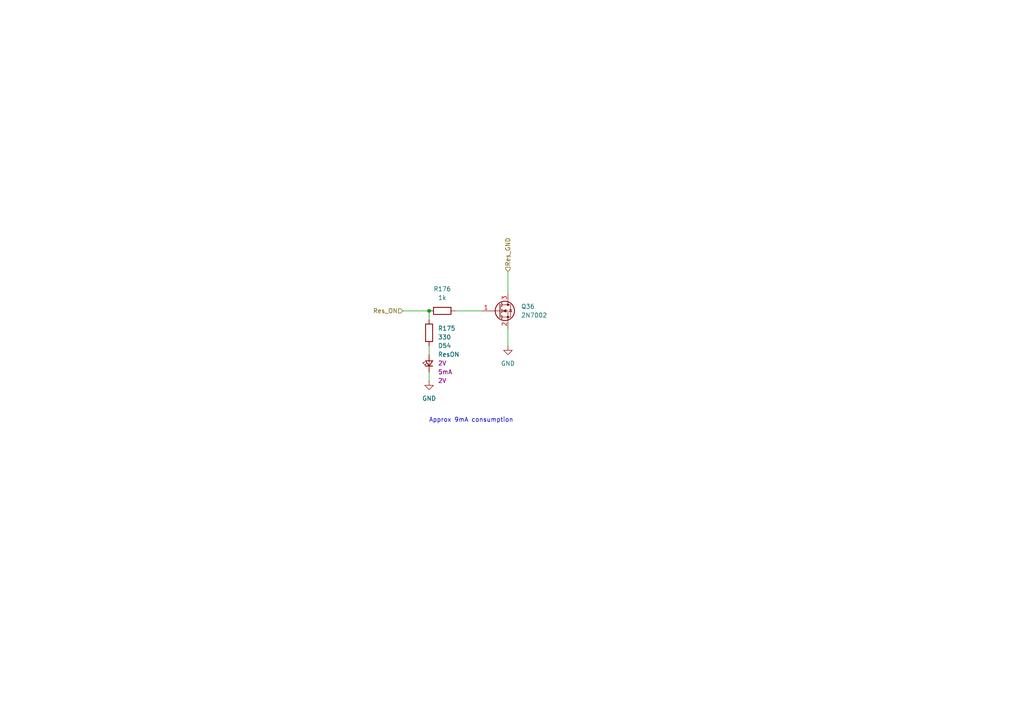
<source format=kicad_sch>
(kicad_sch (version 20250114) (generator "eeschema") (generator_version "9.0")
  (paper "A4")
  (title_block (title "Main architecture") (date "2025-09-28") (rev "0.2.0") (company "Alex Miller & Martin Roger") (comment 1 "https://github.com/martinroger/VXDash") (comment 2 "https://cadlab.io/projects/vxdash"))
  (lib_symbols
    (symbol "Transistor_FET:Q_NMOS_GSD" (pin_names (offset 0) (hide yes))
      (property "Reference" "Q" (at 5.08 1.905 0))
      (property "Value" "Q_NMOS_GSD" (at 5.08 0 0))
      (symbol "Q_NMOS_GSD_0_1"
        (polyline (pts (xy 0.254 1.905) (xy 0.254 -1.905)) (stroke (width 0.254)))
        (polyline (pts (xy 0.254 0) (xy -2.54 0)))
        (polyline (pts (xy 0.762 2.286) (xy 0.762 1.27)) (stroke (width 0.254)))
        (polyline (pts (xy 0.762 0.508) (xy 0.762 -0.508)) (stroke (width 0.254)))
        (polyline (pts (xy 0.762 -1.27) (xy 0.762 -2.286)) (stroke (width 0.254)))
        (polyline (pts (xy 0.762 -1.778) (xy 3.302 -1.778) (xy 3.302 1.778) (xy 0.762 1.778)))
        (polyline (pts (xy 1.016 0) (xy 2.032 0.381) (xy 2.032 -0.381) (xy 1.016 0)) (fill (type outline)))
        (circle (center 1.651 0) (radius 2.794) (stroke (width 0.254)))
        (polyline (pts (xy 2.54 2.54) (xy 2.54 1.778)))
        (circle (center 2.54 1.778) (radius 0.254) (fill (type outline)))
        (circle (center 2.54 -1.778) (radius 0.254) (fill (type outline)))
        (polyline (pts (xy 2.54 -2.54) (xy 2.54 0) (xy 0.762 0)))
        (polyline (pts (xy 2.921 0.381) (xy 3.683 0.381)))
        (polyline (pts (xy 3.302 0.381) (xy 2.921 -0.254) (xy 3.683 -0.254) (xy 3.302 0.381)))
      )
      (symbol "Q_NMOS_GSD_1_1"
        (pin input line (at -5.08 0 0) (length 2.54) (name "G") (number "1"))
        (pin passive line (at 2.54 5.08 270) (length 2.54) (name "D") (number "3"))
        (pin passive line (at 2.54 -5.08 90) (length 2.54) (name "S") (number "2"))
      )
    )
    (symbol "VXDash_diodes:LED_Small" (pin_numbers (hide yes)) (pin_names (offset 0.254) (hide yes))
      (property "Reference" "D1" (at 0.0635 6.35 0))
      (property "Value" "LED_Small" (at 0.0635 3.81 0))
      (property "Vf" "2V" (at 0 -4.572 0))
      (property "If" "5mA" (at 0 -2.54 0))
      (symbol "LED_Small_0_1"
        (polyline (pts (xy -0.762 -1.016) (xy -0.762 1.016)) (stroke (width 0.254)))
        (polyline (pts (xy 0 0.762) (xy -0.508 1.27) (xy -0.254 1.27) (xy -0.508 1.27) (xy -0.508 1.016)))
        (polyline (pts (xy 0.508 1.27) (xy 0 1.778) (xy 0.254 1.778) (xy 0 1.778) (xy 0 1.524)))
        (polyline (pts (xy 0.762 -1.016) (xy -0.762 0) (xy 0.762 1.016) (xy 0.762 -1.016)) (stroke (width 0.254)))
        (polyline (pts (xy 1.016 0) (xy -0.762 0)))
      )
      (symbol "LED_Small_1_1"
        (pin passive line (at -2.54 0 0) (length 1.778) (name "K") (number "1"))
        (pin passive line (at 2.54 0 180) (length 1.778) (name "A") (number "2"))
      )
    )
    (symbol "VXDash_passives:Res" (pin_numbers (hide yes)) (pin_names (offset 0))
      (property "Reference" "R" (at 1.27 1.27 0))
      (property "Value" "Res" (at 1.27 -1.27 0))
      (symbol "Res_0_1"
        (rectangle (start -1.016 -2.54) (end 1.016 2.54) (stroke (width 0.254)))
      )
      (symbol "Res_1_1"
        (pin passive line (at 0 3.81 270) (length 1.27) (name "~") (number "1"))
        (pin passive line (at 0 -3.81 90) (length 1.27) (name "~") (number "2"))
      )
    )
    (symbol "power:GND" (power) (pin_numbers (hide yes)) (pin_names (offset 0) (hide yes))
      (property "Value" "GND" (at 0 -3.81 0))
      (symbol "GND_0_1"
        (polyline (pts (xy 0 0) (xy 0 -1.27) (xy 1.27 -1.27) (xy 0 -2.54) (xy -1.27 -1.27) (xy 0 -1.27)))
      )
      (symbol "GND_1_1"
        (pin power_in line (at 0 0 270) (length 0) (name "~") (number "1"))
      )
    )
  )
  (text "Approx 9mA consumption\n" (at 136.652 121.92 0) (effects (font (size 1.27 1.27))))
  (junction (at 124.46 90.17))
  (wire (pts (xy 147.32 78.74) (xy 147.32 85.09)))
  (wire (pts (xy 124.46 107.95) (xy 124.46 110.49)))
  (wire (pts (xy 124.46 90.17) (xy 124.46 92.71)))
  (wire (pts (xy 116.84 90.17) (xy 124.46 90.17)))
  (wire (pts (xy 132.08 90.17) (xy 139.7 90.17)))
  (wire (pts (xy 124.46 100.33) (xy 124.46 102.87)))
  (wire (pts (xy 147.32 95.25) (xy 147.32 100.33)))
  (hierarchical_label "Res_GND" (shape input) (at 147.32 78.74 90))
  (hierarchical_label "Res_ON" (shape input) (at 116.84 90.17 180))
  (symbol (lib_id "power:GND") (at 147.32 100.33 0) (unit 1)
    (property "Reference" "#PWR075" (effects (hide yes)))
    (property "Value" "GND" (at 147.32 105.41 0))
    (property "Description" "Power symbol creates a global label with name \"GND\" , ground" (effects (hide yes)))
    (instances (project "VXDash_Emulator" (path "" (reference "#PWR0100") (unit 1)) (path "" (reference "#PWR077") (unit 1)) (path "" (reference "#PWR0102") (unit 1)) (path "" (reference "#PWR098") (unit 1)) (path "" (reference "#PWR0108") (unit 1)) (path "" (reference "#PWR090") (unit 1)) (path "" (reference "#PWR096") (unit 1)) (path "" (reference "#PWR094") (unit 1)) (path "" (reference "#PWR083") (unit 1)) (path "" (reference "#PWR075") (unit 1)) (path "" (reference "#PWR079") (unit 1)) (path "" (reference "#PWR092") (unit 1)) (path "" (reference "#PWR081") (unit 1)) (path "" (reference "#PWR085") (unit 1)) (path "" (reference "#PWR0104") (unit 1)) (path "" (reference "#PWR0106") (unit 1))))
  )
  (symbol (lib_id "Transistor_FET:Q_NMOS_GSD") (at 144.78 90.17 0) (unit 1)
    (property "Reference" "Q22" (at 151.13 88.8999 0) (effects (justify left)))
    (property "Value" "2N7002" (at 151.13 91.4399 0) (effects (justify left)))
    (property "Footprint" "Package_TO_SOT_SMD:SOT-23" (effects (hide yes)))
    (property "Description" "N-MOSFET transistor, gate/source/drain" (effects (hide yes)))
    (property "MFT" "Micro Commercial Co" (effects (hide yes)))
    (property "MFT_PN" "2N7002-TP" (effects (hide yes)))
    (property "LCSC" "C78712" (effects (hide yes)))
    (property "LCSC alt" "C78712" (effects (hide yes)))
    (instances (project "VXDash_Emulator" (path "" (reference "Q36") (unit 1)) (path "" (reference "Q23") (unit 1)) (path "" (reference "Q37") (unit 1)) (path "" (reference "Q35") (unit 1)) (path "" (reference "Q40") (unit 1)) (path "" (reference "Q31") (unit 1)) (path "" (reference "Q34") (unit 1)) (path "" (reference "Q33") (unit 1)) (path "" (reference "Q26") (unit 1)) (path "" (reference "Q22") (unit 1)) (path "" (reference "Q24") (unit 1)) (path "" (reference "Q32") (unit 1)) (path "" (reference "Q25") (unit 1)) (path "" (reference "Q27") (unit 1)) (path "" (reference "Q38") (unit 1)) (path "" (reference "Q39") (unit 1))))
  )
  (symbol (lib_id "VXDash_passives:Res") (at 124.46 96.52 0) (unit 1)
    (property "Reference" "R149" (at 127 95.2499 0) (effects (justify left)))
    (property "Value" "330" (at 127 97.7899 0) (effects (justify left)))
    (property "Footprint" "Resistor_SMD:R_0603_1608Metric_Pad0.98x0.95mm_HandSolder" (effects (hide yes)))
    (property "Description" "RES 330 OHM 1% 1/10W 0603" (effects (hide yes)))
    (property "Tol" "1%" (effects (hide yes)))
    (property "Power" "100mW" (effects (hide yes)))
    (property "MFT" "Yageo" (effects (hide yes)))
    (property "MFT_PN" "RC0603FR-07330RL" (effects (hide yes)))
    (property "LCSC" "C105881" (effects (hide yes)))
    (property "LCSC alt" "C105881" (effects (hide yes)))
    (instances (project "VXDash_Emulator" (path "" (reference "R175") (unit 1)) (path "" (reference "R151") (unit 1)) (path "" (reference "R177") (unit 1)) (path "" (reference "R173") (unit 1)) (path "" (reference "R183") (unit 1)) (path "" (reference "R165") (unit 1)) (path "" (reference "R171") (unit 1)) (path "" (reference "R169") (unit 1)) (path "" (reference "R157") (unit 1)) (path "" (reference "R149") (unit 1)) (path "" (reference "R153") (unit 1)) (path "" (reference "R167") (unit 1)) (path "" (reference "R155") (unit 1)) (path "" (reference "R159") (unit 1)) (path "" (reference "R179") (unit 1)) (path "" (reference "R181") (unit 1))))
  )
  (symbol (lib_id "VXDash_passives:Res") (at 128.27 90.17 90) (unit 1)
    (property "Reference" "R150" (at 128.27 83.82 90))
    (property "Value" "1k" (at 128.27 86.36 90))
    (property "Footprint" "Resistor_SMD:R_0603_1608Metric_Pad0.98x0.95mm_HandSolder" (effects (hide yes)))
    (property "Description" "RES 1K OHM 1% 1/10W 0603" (effects (hide yes)))
    (property "Tol" "1%" (effects (hide yes)))
    (property "Power" "100mW" (effects (hide yes)))
    (property "MFT" "Yageo" (effects (hide yes)))
    (property "MFT_PN" "RC0603FR-071KL" (effects (hide yes)))
    (property "LCSC" "C22548" (effects (hide yes)))
    (property "LCSC alt" "C22548" (effects (hide yes)))
    (instances (project "VXDash_Emulator" (path "" (reference "R176") (unit 1)) (path "" (reference "R152") (unit 1)) (path "" (reference "R178") (unit 1)) (path "" (reference "R174") (unit 1)) (path "" (reference "R184") (unit 1)) (path "" (reference "R166") (unit 1)) (path "" (reference "R172") (unit 1)) (path "" (reference "R170") (unit 1)) (path "" (reference "R158") (unit 1)) (path "" (reference "R150") (unit 1)) (path "" (reference "R154") (unit 1)) (path "" (reference "R168") (unit 1)) (path "" (reference "R156") (unit 1)) (path "" (reference "R160") (unit 1)) (path "" (reference "R180") (unit 1)) (path "" (reference "R182") (unit 1))))
  )
  (symbol (lib_id "power:GND") (at 124.46 110.49 0) (unit 1)
    (property "Reference" "#PWR074" (effects (hide yes)))
    (property "Value" "GND" (at 124.46 115.57 0))
    (property "Description" "Power symbol creates a global label with name \"GND\" , ground" (effects (hide yes)))
    (instances (project "VXDash_Emulator" (path "" (reference "#PWR099") (unit 1)) (path "" (reference "#PWR076") (unit 1)) (path "" (reference "#PWR0101") (unit 1)) (path "" (reference "#PWR097") (unit 1)) (path "" (reference "#PWR0107") (unit 1)) (path "" (reference "#PWR089") (unit 1)) (path "" (reference "#PWR095") (unit 1)) (path "" (reference "#PWR093") (unit 1)) (path "" (reference "#PWR082") (unit 1)) (path "" (reference "#PWR074") (unit 1)) (path "" (reference "#PWR078") (unit 1)) (path "" (reference "#PWR091") (unit 1)) (path "" (reference "#PWR080") (unit 1)) (path "" (reference "#PWR084") (unit 1)) (path "" (reference "#PWR0103") (unit 1)) (path "" (reference "#PWR0105") (unit 1))))
  )
  (symbol (lib_id "VXDash_diodes:LED_Small") (at 124.46 105.41 90) (unit 1)
    (property "Reference" "D41" (at 127 100.2664 90) (effects (justify right)))
    (property "Value" "ResON" (at 127 102.8064 90) (effects (justify right)))
    (property "Footprint" "LED_SMD:LED_0603_1608Metric_Pad1.05x0.95mm_HandSolder" (effects (hide yes)))
    (property "Description" "LED ORANGE DIFFUSED 0603 SMD" (effects (hide yes)))
    (property "Sim.Pin" "1=K 2=A" (effects (hide yes)))
    (property "MFT" "Harvatek Corp" (effects (hide yes)))
    (property "MFT_PN" "B1911UD--20D001014U1930" (effects (hide yes)))
    (property "Vf" "2V" (at 127 105.3464 90) (effects (justify right)))
    (property "If" "5mA" (at 127 107.8864 90) (effects (justify right)))
    (property "Voltage" "2V" (at 127 110.4264 90) (effects (justify right)))
    (property "LCSC" "C7218224" (effects (hide yes)))
    (property "LCSC alt" "C157740" (effects (hide yes)))
    (instances (project "VXDash_Emulator" (path "" (reference "D54") (unit 1)) (path "" (reference "D42") (unit 1)) (path "" (reference "D55") (unit 1)) (path "" (reference "D53") (unit 1)) (path "" (reference "D58") (unit 1)) (path "" (reference "D49") (unit 1)) (path "" (reference "D52") (unit 1)) (path "" (reference "D51") (unit 1)) (path "" (reference "D45") (unit 1)) (path "" (reference "D41") (unit 1)) (path "" (reference "D43") (unit 1)) (path "" (reference "D50") (unit 1)) (path "" (reference "D44") (unit 1)) (path "" (reference "D46") (unit 1)) (path "" (reference "D56") (unit 1)) (path "" (reference "D57") (unit 1))))
  )
)
</source>
